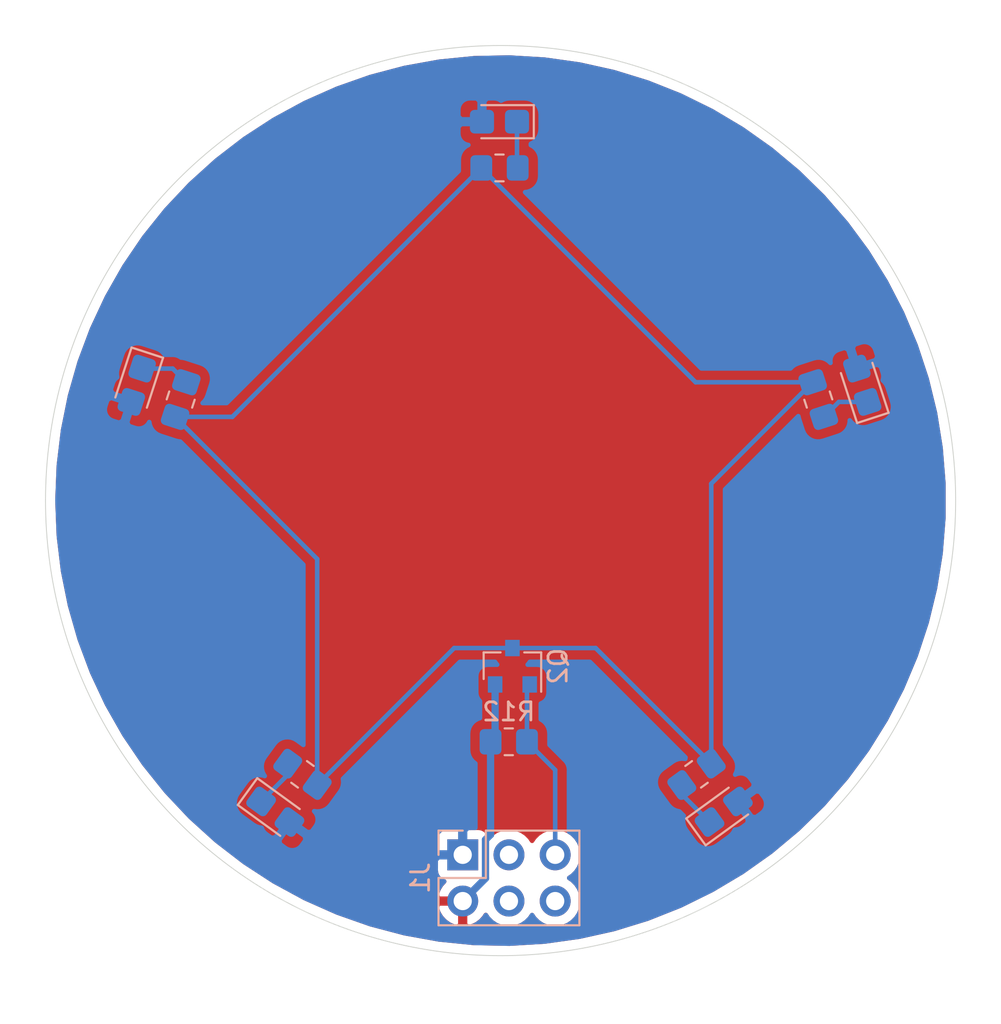
<source format=kicad_pcb>
(kicad_pcb (version 20171130) (host pcbnew 5.1.10-88a1d61d58~90~ubuntu20.04.1)

  (general
    (thickness 1.6)
    (drawings 1)
    (tracks 32)
    (zones 0)
    (modules 13)
    (nets 13)
  )

  (page A4)
  (layers
    (0 F.Cu signal)
    (31 B.Cu signal)
    (32 B.Adhes user hide)
    (33 F.Adhes user hide)
    (34 B.Paste user)
    (35 F.Paste user hide)
    (36 B.SilkS user)
    (37 F.SilkS user hide)
    (38 B.Mask user)
    (39 F.Mask user hide)
    (40 Dwgs.User user hide)
    (41 Cmts.User user hide)
    (42 Eco1.User user hide)
    (43 Eco2.User user hide)
    (44 Edge.Cuts user)
    (45 Margin user hide)
    (46 B.CrtYd user)
    (47 F.CrtYd user hide)
    (48 B.Fab user)
    (49 F.Fab user hide)
  )

  (setup
    (last_trace_width 0.4)
    (user_trace_width 0.4)
    (trace_clearance 0.2)
    (zone_clearance 0.508)
    (zone_45_only no)
    (trace_min 0.2)
    (via_size 0.8)
    (via_drill 0.4)
    (via_min_size 0.4)
    (via_min_drill 0.3)
    (uvia_size 0.3)
    (uvia_drill 0.1)
    (uvias_allowed no)
    (uvia_min_size 0.2)
    (uvia_min_drill 0.1)
    (edge_width 0.05)
    (segment_width 0.2)
    (pcb_text_width 0.3)
    (pcb_text_size 1.5 1.5)
    (mod_edge_width 0.12)
    (mod_text_size 1 1)
    (mod_text_width 0.15)
    (pad_size 1.524 1.524)
    (pad_drill 0.762)
    (pad_to_mask_clearance 0)
    (aux_axis_origin 0 0)
    (visible_elements FFFFFF7F)
    (pcbplotparams
      (layerselection 0x010fc_ffffffff)
      (usegerberextensions false)
      (usegerberattributes true)
      (usegerberadvancedattributes true)
      (creategerberjobfile true)
      (gerberprecision 5)
      (excludeedgelayer true)
      (linewidth 0.100000)
      (plotframeref false)
      (viasonmask false)
      (mode 1)
      (useauxorigin false)
      (hpglpennumber 1)
      (hpglpenspeed 20)
      (hpglpendiameter 15.000000)
      (psnegative false)
      (psa4output false)
      (plotreference true)
      (plotvalue true)
      (plotinvisibletext false)
      (padsonsilk false)
      (subtractmaskfromsilk false)
      (outputformat 1)
      (mirror false)
      (drillshape 0)
      (scaleselection 1)
      (outputdirectory "gerbers"))
  )

  (net 0 "")
  (net 1 +3V3)
  (net 2 "Net-(D6-Pad1)")
  (net 3 "Net-(D7-Pad1)")
  (net 4 "Net-(D8-Pad1)")
  (net 5 "Net-(D9-Pad1)")
  (net 6 "Net-(D10-Pad1)")
  (net 7 /GPIO1)
  (net 8 "Net-(J1-Pad4)")
  (net 9 "Net-(J1-Pad3)")
  (net 10 GND)
  (net 11 "Net-(Q2-Pad3)")
  (net 12 "Net-(J1-Pad6)")

  (net_class Default "This is the default net class."
    (clearance 0.2)
    (trace_width 0.25)
    (via_dia 0.8)
    (via_drill 0.4)
    (uvia_dia 0.3)
    (uvia_drill 0.1)
    (add_net +3V3)
    (add_net /GPIO1)
    (add_net GND)
    (add_net "Net-(D10-Pad1)")
    (add_net "Net-(D6-Pad1)")
    (add_net "Net-(D7-Pad1)")
    (add_net "Net-(D8-Pad1)")
    (add_net "Net-(D9-Pad1)")
    (add_net "Net-(J1-Pad3)")
    (add_net "Net-(J1-Pad4)")
    (add_net "Net-(J1-Pad6)")
    (add_net "Net-(Q2-Pad3)")
  )

  (module Resistor_SMD:R_0805_2012Metric_Pad1.20x1.40mm_HandSolder (layer B.Cu) (tedit 5F68FEEE) (tstamp 61570D4C)
    (at 117.453705 94.449453 108)
    (descr "Resistor SMD 0805 (2012 Metric), square (rectangular) end terminal, IPC_7351 nominal with elongated pad for handsoldering. (Body size source: IPC-SM-782 page 72, https://www.pcb-3d.com/wordpress/wp-content/uploads/ipc-sm-782a_amendment_1_and_2.pdf), generated with kicad-footprint-generator")
    (tags "resistor handsolder")
    (path /6164560D)
    (attr smd)
    (fp_text reference R7 (at 0 1.65 288) (layer B.SilkS) hide
      (effects (font (size 1 1) (thickness 0.15)) (justify mirror))
    )
    (fp_text value 15 (at 0 -1.65 288) (layer B.Fab)
      (effects (font (size 1 1) (thickness 0.15)) (justify mirror))
    )
    (fp_line (start -1 -0.625) (end -1 0.625) (layer B.Fab) (width 0.1))
    (fp_line (start -1 0.625) (end 1 0.625) (layer B.Fab) (width 0.1))
    (fp_line (start 1 0.625) (end 1 -0.625) (layer B.Fab) (width 0.1))
    (fp_line (start 1 -0.625) (end -1 -0.625) (layer B.Fab) (width 0.1))
    (fp_line (start -0.227064 0.735) (end 0.227064 0.735) (layer B.SilkS) (width 0.12))
    (fp_line (start -0.227064 -0.735) (end 0.227064 -0.735) (layer B.SilkS) (width 0.12))
    (fp_line (start -1.85 -0.95) (end -1.85 0.95) (layer B.CrtYd) (width 0.05))
    (fp_line (start -1.85 0.95) (end 1.85 0.95) (layer B.CrtYd) (width 0.05))
    (fp_line (start 1.85 0.95) (end 1.85 -0.95) (layer B.CrtYd) (width 0.05))
    (fp_line (start 1.85 -0.95) (end -1.85 -0.95) (layer B.CrtYd) (width 0.05))
    (fp_text user %R (at 0 0 288) (layer B.Fab)
      (effects (font (size 0.5 0.5) (thickness 0.08)) (justify mirror))
    )
    (pad 2 smd roundrect (at 1 0 108) (size 1.2 1.4) (layers B.Cu B.Paste B.Mask) (roundrect_rratio 0.2083325)
      (net 11 "Net-(Q2-Pad3)"))
    (pad 1 smd roundrect (at -1 0 108) (size 1.2 1.4) (layers B.Cu B.Paste B.Mask) (roundrect_rratio 0.2083325)
      (net 3 "Net-(D7-Pad1)"))
    (model ${KISYS3DMOD}/Resistor_SMD.3dshapes/R_0805_2012Metric.wrl
      (at (xyz 0 0 0))
      (scale (xyz 1 1 1))
      (rotate (xyz 0 0 0))
    )
  )

  (module Resistor_SMD:R_0805_2012Metric_Pad1.20x1.40mm_HandSolder (layer B.Cu) (tedit 5F68FEEE) (tstamp 61570D3B)
    (at 110.764065 115.038047 36)
    (descr "Resistor SMD 0805 (2012 Metric), square (rectangular) end terminal, IPC_7351 nominal with elongated pad for handsoldering. (Body size source: IPC-SM-782 page 72, https://www.pcb-3d.com/wordpress/wp-content/uploads/ipc-sm-782a_amendment_1_and_2.pdf), generated with kicad-footprint-generator")
    (tags "resistor handsolder")
    (path /61645623)
    (attr smd)
    (fp_text reference R8 (at 0 1.65 216) (layer B.SilkS) hide
      (effects (font (size 1 1) (thickness 0.15)) (justify mirror))
    )
    (fp_text value 15 (at 0 -1.65 216) (layer B.Fab)
      (effects (font (size 1 1) (thickness 0.15)) (justify mirror))
    )
    (fp_line (start -1 -0.625) (end -1 0.625) (layer B.Fab) (width 0.1))
    (fp_line (start -1 0.625) (end 1 0.625) (layer B.Fab) (width 0.1))
    (fp_line (start 1 0.625) (end 1 -0.625) (layer B.Fab) (width 0.1))
    (fp_line (start 1 -0.625) (end -1 -0.625) (layer B.Fab) (width 0.1))
    (fp_line (start -0.227064 0.735) (end 0.227064 0.735) (layer B.SilkS) (width 0.12))
    (fp_line (start -0.227064 -0.735) (end 0.227064 -0.735) (layer B.SilkS) (width 0.12))
    (fp_line (start -1.85 -0.95) (end -1.85 0.95) (layer B.CrtYd) (width 0.05))
    (fp_line (start -1.85 0.95) (end 1.85 0.95) (layer B.CrtYd) (width 0.05))
    (fp_line (start 1.85 0.95) (end 1.85 -0.95) (layer B.CrtYd) (width 0.05))
    (fp_line (start 1.85 -0.95) (end -1.85 -0.95) (layer B.CrtYd) (width 0.05))
    (fp_text user %R (at 0 0 216) (layer B.Fab)
      (effects (font (size 0.5 0.5) (thickness 0.08)) (justify mirror))
    )
    (pad 2 smd roundrect (at 1 0 36) (size 1.2 1.4) (layers B.Cu B.Paste B.Mask) (roundrect_rratio 0.2083325)
      (net 11 "Net-(Q2-Pad3)"))
    (pad 1 smd roundrect (at -1 0 36) (size 1.2 1.4) (layers B.Cu B.Paste B.Mask) (roundrect_rratio 0.2083325)
      (net 4 "Net-(D8-Pad1)"))
    (model ${KISYS3DMOD}/Resistor_SMD.3dshapes/R_0805_2012Metric.wrl
      (at (xyz 0 0 0))
      (scale (xyz 1 1 1))
      (rotate (xyz 0 0 0))
    )
  )

  (module Resistor_SMD:R_0805_2012Metric_Pad1.20x1.40mm_HandSolder (layer B.Cu) (tedit 5F68FEEE) (tstamp 61570D2A)
    (at 89.115935 115.038047 324)
    (descr "Resistor SMD 0805 (2012 Metric), square (rectangular) end terminal, IPC_7351 nominal with elongated pad for handsoldering. (Body size source: IPC-SM-782 page 72, https://www.pcb-3d.com/wordpress/wp-content/uploads/ipc-sm-782a_amendment_1_and_2.pdf), generated with kicad-footprint-generator")
    (tags "resistor handsolder")
    (path /61645639)
    (attr smd)
    (fp_text reference R9 (at 0 1.65 144) (layer B.SilkS) hide
      (effects (font (size 1 1) (thickness 0.15)) (justify mirror))
    )
    (fp_text value 15 (at 0 -1.65 144) (layer B.Fab)
      (effects (font (size 1 1) (thickness 0.15)) (justify mirror))
    )
    (fp_line (start -1 -0.625) (end -1 0.625) (layer B.Fab) (width 0.1))
    (fp_line (start -1 0.625) (end 1 0.625) (layer B.Fab) (width 0.1))
    (fp_line (start 1 0.625) (end 1 -0.625) (layer B.Fab) (width 0.1))
    (fp_line (start 1 -0.625) (end -1 -0.625) (layer B.Fab) (width 0.1))
    (fp_line (start -0.227064 0.735) (end 0.227064 0.735) (layer B.SilkS) (width 0.12))
    (fp_line (start -0.227064 -0.735) (end 0.227064 -0.735) (layer B.SilkS) (width 0.12))
    (fp_line (start -1.85 -0.95) (end -1.85 0.95) (layer B.CrtYd) (width 0.05))
    (fp_line (start -1.85 0.95) (end 1.85 0.95) (layer B.CrtYd) (width 0.05))
    (fp_line (start 1.85 0.95) (end 1.85 -0.95) (layer B.CrtYd) (width 0.05))
    (fp_line (start 1.85 -0.95) (end -1.85 -0.95) (layer B.CrtYd) (width 0.05))
    (fp_text user %R (at 0 0 144) (layer B.Fab)
      (effects (font (size 0.5 0.5) (thickness 0.08)) (justify mirror))
    )
    (pad 2 smd roundrect (at 1 0 324) (size 1.2 1.4) (layers B.Cu B.Paste B.Mask) (roundrect_rratio 0.2083325)
      (net 11 "Net-(Q2-Pad3)"))
    (pad 1 smd roundrect (at -1 0 324) (size 1.2 1.4) (layers B.Cu B.Paste B.Mask) (roundrect_rratio 0.2083325)
      (net 5 "Net-(D9-Pad1)"))
    (model ${KISYS3DMOD}/Resistor_SMD.3dshapes/R_0805_2012Metric.wrl
      (at (xyz 0 0 0))
      (scale (xyz 1 1 1))
      (rotate (xyz 0 0 0))
    )
  )

  (module Resistor_SMD:R_0805_2012Metric_Pad1.20x1.40mm_HandSolder (layer B.Cu) (tedit 5F68FEEE) (tstamp 61570D19)
    (at 82.426295 94.449453 252)
    (descr "Resistor SMD 0805 (2012 Metric), square (rectangular) end terminal, IPC_7351 nominal with elongated pad for handsoldering. (Body size source: IPC-SM-782 page 72, https://www.pcb-3d.com/wordpress/wp-content/uploads/ipc-sm-782a_amendment_1_and_2.pdf), generated with kicad-footprint-generator")
    (tags "resistor handsolder")
    (path /6164564F)
    (attr smd)
    (fp_text reference R10 (at 0 1.65 72) (layer B.SilkS) hide
      (effects (font (size 1 1) (thickness 0.15)) (justify mirror))
    )
    (fp_text value 15 (at 0 -1.65 72) (layer B.Fab)
      (effects (font (size 1 1) (thickness 0.15)) (justify mirror))
    )
    (fp_line (start -1 -0.625) (end -1 0.625) (layer B.Fab) (width 0.1))
    (fp_line (start -1 0.625) (end 1 0.625) (layer B.Fab) (width 0.1))
    (fp_line (start 1 0.625) (end 1 -0.625) (layer B.Fab) (width 0.1))
    (fp_line (start 1 -0.625) (end -1 -0.625) (layer B.Fab) (width 0.1))
    (fp_line (start -0.227064 0.735) (end 0.227064 0.735) (layer B.SilkS) (width 0.12))
    (fp_line (start -0.227064 -0.735) (end 0.227064 -0.735) (layer B.SilkS) (width 0.12))
    (fp_line (start -1.85 -0.95) (end -1.85 0.95) (layer B.CrtYd) (width 0.05))
    (fp_line (start -1.85 0.95) (end 1.85 0.95) (layer B.CrtYd) (width 0.05))
    (fp_line (start 1.85 0.95) (end 1.85 -0.95) (layer B.CrtYd) (width 0.05))
    (fp_line (start 1.85 -0.95) (end -1.85 -0.95) (layer B.CrtYd) (width 0.05))
    (fp_text user %R (at 0 0 72) (layer B.Fab)
      (effects (font (size 0.5 0.5) (thickness 0.08)) (justify mirror))
    )
    (pad 2 smd roundrect (at 1 0 252) (size 1.2 1.4) (layers B.Cu B.Paste B.Mask) (roundrect_rratio 0.2083325)
      (net 11 "Net-(Q2-Pad3)"))
    (pad 1 smd roundrect (at -1 0 252) (size 1.2 1.4) (layers B.Cu B.Paste B.Mask) (roundrect_rratio 0.2083325)
      (net 6 "Net-(D10-Pad1)"))
    (model ${KISYS3DMOD}/Resistor_SMD.3dshapes/R_0805_2012Metric.wrl
      (at (xyz 0 0 0))
      (scale (xyz 1 1 1))
      (rotate (xyz 0 0 0))
    )
  )

  (module Resistor_SMD:R_0805_2012Metric_Pad1.20x1.40mm_HandSolder (layer B.Cu) (tedit 5F68FEEE) (tstamp 61570D08)
    (at 100.45 113.25 180)
    (descr "Resistor SMD 0805 (2012 Metric), square (rectangular) end terminal, IPC_7351 nominal with elongated pad for handsoldering. (Body size source: IPC-SM-782 page 72, https://www.pcb-3d.com/wordpress/wp-content/uploads/ipc-sm-782a_amendment_1_and_2.pdf), generated with kicad-footprint-generator")
    (tags "resistor handsolder")
    (path /616455D8)
    (attr smd)
    (fp_text reference R12 (at 0 1.65) (layer B.SilkS)
      (effects (font (size 1 1) (thickness 0.15)) (justify mirror))
    )
    (fp_text value 10K (at 0 -1.65) (layer B.Fab)
      (effects (font (size 1 1) (thickness 0.15)) (justify mirror))
    )
    (fp_line (start -1 -0.625) (end -1 0.625) (layer B.Fab) (width 0.1))
    (fp_line (start -1 0.625) (end 1 0.625) (layer B.Fab) (width 0.1))
    (fp_line (start 1 0.625) (end 1 -0.625) (layer B.Fab) (width 0.1))
    (fp_line (start 1 -0.625) (end -1 -0.625) (layer B.Fab) (width 0.1))
    (fp_line (start -0.227064 0.735) (end 0.227064 0.735) (layer B.SilkS) (width 0.12))
    (fp_line (start -0.227064 -0.735) (end 0.227064 -0.735) (layer B.SilkS) (width 0.12))
    (fp_line (start -1.85 -0.95) (end -1.85 0.95) (layer B.CrtYd) (width 0.05))
    (fp_line (start -1.85 0.95) (end 1.85 0.95) (layer B.CrtYd) (width 0.05))
    (fp_line (start 1.85 0.95) (end 1.85 -0.95) (layer B.CrtYd) (width 0.05))
    (fp_line (start 1.85 -0.95) (end -1.85 -0.95) (layer B.CrtYd) (width 0.05))
    (fp_text user %R (at 0 0) (layer B.Fab)
      (effects (font (size 0.5 0.5) (thickness 0.08)) (justify mirror))
    )
    (pad 2 smd roundrect (at 1 0 180) (size 1.2 1.4) (layers B.Cu B.Paste B.Mask) (roundrect_rratio 0.2083325)
      (net 10 GND))
    (pad 1 smd roundrect (at -1 0 180) (size 1.2 1.4) (layers B.Cu B.Paste B.Mask) (roundrect_rratio 0.2083325)
      (net 7 /GPIO1))
    (model ${KISYS3DMOD}/Resistor_SMD.3dshapes/R_0805_2012Metric.wrl
      (at (xyz 0 0 0))
      (scale (xyz 1 1 1))
      (rotate (xyz 0 0 0))
    )
  )

  (module Resistor_SMD:R_0805_2012Metric_Pad1.20x1.40mm_HandSolder (layer B.Cu) (tedit 5F68FEEE) (tstamp 61570CF7)
    (at 99.939999 81.725 180)
    (descr "Resistor SMD 0805 (2012 Metric), square (rectangular) end terminal, IPC_7351 nominal with elongated pad for handsoldering. (Body size source: IPC-SM-782 page 72, https://www.pcb-3d.com/wordpress/wp-content/uploads/ipc-sm-782a_amendment_1_and_2.pdf), generated with kicad-footprint-generator")
    (tags "resistor handsolder")
    (path /616455F7)
    (attr smd)
    (fp_text reference R6 (at 0 1.65 180) (layer B.SilkS) hide
      (effects (font (size 1 1) (thickness 0.15)) (justify mirror))
    )
    (fp_text value 15 (at 0 -1.65 180) (layer B.Fab)
      (effects (font (size 1 1) (thickness 0.15)) (justify mirror))
    )
    (fp_line (start -1 -0.625) (end -1 0.625) (layer B.Fab) (width 0.1))
    (fp_line (start -1 0.625) (end 1 0.625) (layer B.Fab) (width 0.1))
    (fp_line (start 1 0.625) (end 1 -0.625) (layer B.Fab) (width 0.1))
    (fp_line (start 1 -0.625) (end -1 -0.625) (layer B.Fab) (width 0.1))
    (fp_line (start -0.227064 0.735) (end 0.227064 0.735) (layer B.SilkS) (width 0.12))
    (fp_line (start -0.227064 -0.735) (end 0.227064 -0.735) (layer B.SilkS) (width 0.12))
    (fp_line (start -1.85 -0.95) (end -1.85 0.95) (layer B.CrtYd) (width 0.05))
    (fp_line (start -1.85 0.95) (end 1.85 0.95) (layer B.CrtYd) (width 0.05))
    (fp_line (start 1.85 0.95) (end 1.85 -0.95) (layer B.CrtYd) (width 0.05))
    (fp_line (start 1.85 -0.95) (end -1.85 -0.95) (layer B.CrtYd) (width 0.05))
    (fp_text user %R (at 0 0 180) (layer B.Fab)
      (effects (font (size 0.5 0.5) (thickness 0.08)) (justify mirror))
    )
    (pad 2 smd roundrect (at 1 0 180) (size 1.2 1.4) (layers B.Cu B.Paste B.Mask) (roundrect_rratio 0.2083325)
      (net 11 "Net-(Q2-Pad3)"))
    (pad 1 smd roundrect (at -1 0 180) (size 1.2 1.4) (layers B.Cu B.Paste B.Mask) (roundrect_rratio 0.2083325)
      (net 2 "Net-(D6-Pad1)"))
    (model ${KISYS3DMOD}/Resistor_SMD.3dshapes/R_0805_2012Metric.wrl
      (at (xyz 0 0 0))
      (scale (xyz 1 1 1))
      (rotate (xyz 0 0 0))
    )
  )

  (module Package_TO_SOT_SMD:SOT-23 (layer B.Cu) (tedit 5A02FF57) (tstamp 61570C80)
    (at 100.65 109.1 90)
    (descr "SOT-23, Standard")
    (tags SOT-23)
    (path /61645663)
    (attr smd)
    (fp_text reference Q2 (at 0 2.5 90) (layer B.SilkS)
      (effects (font (size 1 1) (thickness 0.15)) (justify mirror))
    )
    (fp_text value AO3400A (at 0 -2.5 90) (layer B.Fab)
      (effects (font (size 1 1) (thickness 0.15)) (justify mirror))
    )
    (fp_line (start -0.7 0.95) (end -0.7 -1.5) (layer B.Fab) (width 0.1))
    (fp_line (start -0.15 1.52) (end 0.7 1.52) (layer B.Fab) (width 0.1))
    (fp_line (start -0.7 0.95) (end -0.15 1.52) (layer B.Fab) (width 0.1))
    (fp_line (start 0.7 1.52) (end 0.7 -1.52) (layer B.Fab) (width 0.1))
    (fp_line (start -0.7 -1.52) (end 0.7 -1.52) (layer B.Fab) (width 0.1))
    (fp_line (start 0.76 -1.58) (end 0.76 -0.65) (layer B.SilkS) (width 0.12))
    (fp_line (start 0.76 1.58) (end 0.76 0.65) (layer B.SilkS) (width 0.12))
    (fp_line (start -1.7 1.75) (end 1.7 1.75) (layer B.CrtYd) (width 0.05))
    (fp_line (start 1.7 1.75) (end 1.7 -1.75) (layer B.CrtYd) (width 0.05))
    (fp_line (start 1.7 -1.75) (end -1.7 -1.75) (layer B.CrtYd) (width 0.05))
    (fp_line (start -1.7 -1.75) (end -1.7 1.75) (layer B.CrtYd) (width 0.05))
    (fp_line (start 0.76 1.58) (end -1.4 1.58) (layer B.SilkS) (width 0.12))
    (fp_line (start 0.76 -1.58) (end -0.7 -1.58) (layer B.SilkS) (width 0.12))
    (fp_text user %R (at 0 0 180) (layer B.Fab)
      (effects (font (size 0.5 0.5) (thickness 0.075)) (justify mirror))
    )
    (pad 3 smd rect (at 1 0 90) (size 0.9 0.8) (layers B.Cu B.Paste B.Mask)
      (net 11 "Net-(Q2-Pad3)"))
    (pad 2 smd rect (at -1 -0.95 90) (size 0.9 0.8) (layers B.Cu B.Paste B.Mask)
      (net 10 GND))
    (pad 1 smd rect (at -1 0.95 90) (size 0.9 0.8) (layers B.Cu B.Paste B.Mask)
      (net 7 /GPIO1))
    (model ${KISYS3DMOD}/Package_TO_SOT_SMD.3dshapes/SOT-23.wrl
      (at (xyz 0 0 0))
      (scale (xyz 1 1 1))
      (rotate (xyz 0 0 0))
    )
  )

  (module LED_SMD:LED_0805_2012Metric_Castellated (layer B.Cu) (tedit 5F68FEF1) (tstamp 61570C20)
    (at 80.010611 93.664549 252)
    (descr "LED SMD 0805 (2012 Metric), castellated end terminal, IPC_7351 nominal, (Body size source: https://docs.google.com/spreadsheets/d/1BsfQQcO9C6DZCsRaXUlFlo91Tg2WpOkGARC1WS5S8t0/edit?usp=sharing), generated with kicad-footprint-generator")
    (tags "LED castellated")
    (path /61645641)
    (attr smd)
    (fp_text reference D10 (at 0 1.6 252) (layer B.SilkS) hide
      (effects (font (size 1 1) (thickness 0.15)) (justify mirror))
    )
    (fp_text value LED (at 0 -1.6 252) (layer B.Fab)
      (effects (font (size 1 1) (thickness 0.15)) (justify mirror))
    )
    (fp_line (start 1 0.6) (end -0.7 0.6) (layer B.Fab) (width 0.1))
    (fp_line (start -0.7 0.6) (end -1 0.3) (layer B.Fab) (width 0.1))
    (fp_line (start -1 0.3) (end -1 -0.6) (layer B.Fab) (width 0.1))
    (fp_line (start -1 -0.6) (end 1 -0.6) (layer B.Fab) (width 0.1))
    (fp_line (start 1 -0.6) (end 1 0.6) (layer B.Fab) (width 0.1))
    (fp_line (start 1 0.91) (end -1.885 0.91) (layer B.SilkS) (width 0.12))
    (fp_line (start -1.885 0.91) (end -1.885 -0.91) (layer B.SilkS) (width 0.12))
    (fp_line (start -1.885 -0.91) (end 1 -0.91) (layer B.SilkS) (width 0.12))
    (fp_line (start -1.88 -0.9) (end -1.88 0.9) (layer B.CrtYd) (width 0.05))
    (fp_line (start -1.88 0.9) (end 1.88 0.9) (layer B.CrtYd) (width 0.05))
    (fp_line (start 1.88 0.9) (end 1.88 -0.9) (layer B.CrtYd) (width 0.05))
    (fp_line (start 1.88 -0.9) (end -1.88 -0.9) (layer B.CrtYd) (width 0.05))
    (fp_text user %R (at 0 0 252) (layer B.Fab)
      (effects (font (size 0.5 0.5) (thickness 0.08)) (justify mirror))
    )
    (pad 2 smd roundrect (at 0.9625 0 252) (size 1.325 1.3) (layers B.Cu B.Paste B.Mask) (roundrect_rratio 0.1923076923076923)
      (net 1 +3V3))
    (pad 1 smd roundrect (at -0.9625 0 252) (size 1.325 1.3) (layers B.Cu B.Paste B.Mask) (roundrect_rratio 0.1923076923076923)
      (net 6 "Net-(D10-Pad1)"))
    (model ${KISYS3DMOD}/LED_SMD.3dshapes/LED_0805_2012Metric_Castellated.wrl
      (at (xyz 0 0 0))
      (scale (xyz 1 1 1))
      (rotate (xyz 0 0 0))
    )
  )

  (module LED_SMD:LED_0805_2012Metric_Castellated (layer B.Cu) (tedit 5F68FEF1) (tstamp 61570C0D)
    (at 87.622961 117.092951 324)
    (descr "LED SMD 0805 (2012 Metric), castellated end terminal, IPC_7351 nominal, (Body size source: https://docs.google.com/spreadsheets/d/1BsfQQcO9C6DZCsRaXUlFlo91Tg2WpOkGARC1WS5S8t0/edit?usp=sharing), generated with kicad-footprint-generator")
    (tags "LED castellated")
    (path /6164562B)
    (attr smd)
    (fp_text reference D9 (at 0 1.6 324) (layer B.SilkS) hide
      (effects (font (size 1 1) (thickness 0.15)) (justify mirror))
    )
    (fp_text value LED (at 0 -1.6 324) (layer B.Fab)
      (effects (font (size 1 1) (thickness 0.15)) (justify mirror))
    )
    (fp_line (start 1 0.6) (end -0.7 0.6) (layer B.Fab) (width 0.1))
    (fp_line (start -0.7 0.6) (end -1 0.3) (layer B.Fab) (width 0.1))
    (fp_line (start -1 0.3) (end -1 -0.6) (layer B.Fab) (width 0.1))
    (fp_line (start -1 -0.6) (end 1 -0.6) (layer B.Fab) (width 0.1))
    (fp_line (start 1 -0.6) (end 1 0.6) (layer B.Fab) (width 0.1))
    (fp_line (start 1 0.91) (end -1.885 0.91) (layer B.SilkS) (width 0.12))
    (fp_line (start -1.885 0.91) (end -1.885 -0.91) (layer B.SilkS) (width 0.12))
    (fp_line (start -1.885 -0.91) (end 1 -0.91) (layer B.SilkS) (width 0.12))
    (fp_line (start -1.88 -0.9) (end -1.88 0.9) (layer B.CrtYd) (width 0.05))
    (fp_line (start -1.88 0.9) (end 1.88 0.9) (layer B.CrtYd) (width 0.05))
    (fp_line (start 1.88 0.9) (end 1.88 -0.9) (layer B.CrtYd) (width 0.05))
    (fp_line (start 1.88 -0.9) (end -1.88 -0.9) (layer B.CrtYd) (width 0.05))
    (fp_text user %R (at 0 0 324) (layer B.Fab)
      (effects (font (size 0.5 0.5) (thickness 0.08)) (justify mirror))
    )
    (pad 2 smd roundrect (at 0.9625 0 324) (size 1.325 1.3) (layers B.Cu B.Paste B.Mask) (roundrect_rratio 0.1923076923076923)
      (net 1 +3V3))
    (pad 1 smd roundrect (at -0.9625 0 324) (size 1.325 1.3) (layers B.Cu B.Paste B.Mask) (roundrect_rratio 0.1923076923076923)
      (net 5 "Net-(D9-Pad1)"))
    (model ${KISYS3DMOD}/LED_SMD.3dshapes/LED_0805_2012Metric_Castellated.wrl
      (at (xyz 0 0 0))
      (scale (xyz 1 1 1))
      (rotate (xyz 0 0 0))
    )
  )

  (module LED_SMD:LED_0805_2012Metric_Castellated (layer B.Cu) (tedit 5F68FEF1) (tstamp 61570BFA)
    (at 112.257039 117.092951 36)
    (descr "LED SMD 0805 (2012 Metric), castellated end terminal, IPC_7351 nominal, (Body size source: https://docs.google.com/spreadsheets/d/1BsfQQcO9C6DZCsRaXUlFlo91Tg2WpOkGARC1WS5S8t0/edit?usp=sharing), generated with kicad-footprint-generator")
    (tags "LED castellated")
    (path /61645615)
    (attr smd)
    (fp_text reference D8 (at 0 1.6 36) (layer B.SilkS) hide
      (effects (font (size 1 1) (thickness 0.15)) (justify mirror))
    )
    (fp_text value LED (at 0 -1.6 36) (layer B.Fab)
      (effects (font (size 1 1) (thickness 0.15)) (justify mirror))
    )
    (fp_line (start 1 0.6) (end -0.7 0.6) (layer B.Fab) (width 0.1))
    (fp_line (start -0.7 0.6) (end -1 0.3) (layer B.Fab) (width 0.1))
    (fp_line (start -1 0.3) (end -1 -0.6) (layer B.Fab) (width 0.1))
    (fp_line (start -1 -0.6) (end 1 -0.6) (layer B.Fab) (width 0.1))
    (fp_line (start 1 -0.6) (end 1 0.6) (layer B.Fab) (width 0.1))
    (fp_line (start 1 0.91) (end -1.885 0.91) (layer B.SilkS) (width 0.12))
    (fp_line (start -1.885 0.91) (end -1.885 -0.91) (layer B.SilkS) (width 0.12))
    (fp_line (start -1.885 -0.91) (end 1 -0.91) (layer B.SilkS) (width 0.12))
    (fp_line (start -1.88 -0.9) (end -1.88 0.9) (layer B.CrtYd) (width 0.05))
    (fp_line (start -1.88 0.9) (end 1.88 0.9) (layer B.CrtYd) (width 0.05))
    (fp_line (start 1.88 0.9) (end 1.88 -0.9) (layer B.CrtYd) (width 0.05))
    (fp_line (start 1.88 -0.9) (end -1.88 -0.9) (layer B.CrtYd) (width 0.05))
    (fp_text user %R (at 0 0 36) (layer B.Fab)
      (effects (font (size 0.5 0.5) (thickness 0.08)) (justify mirror))
    )
    (pad 2 smd roundrect (at 0.9625 0 36) (size 1.325 1.3) (layers B.Cu B.Paste B.Mask) (roundrect_rratio 0.1923076923076923)
      (net 1 +3V3))
    (pad 1 smd roundrect (at -0.9625 0 36) (size 1.325 1.3) (layers B.Cu B.Paste B.Mask) (roundrect_rratio 0.1923076923076923)
      (net 4 "Net-(D8-Pad1)"))
    (model ${KISYS3DMOD}/LED_SMD.3dshapes/LED_0805_2012Metric_Castellated.wrl
      (at (xyz 0 0 0))
      (scale (xyz 1 1 1))
      (rotate (xyz 0 0 0))
    )
  )

  (module LED_SMD:LED_0805_2012Metric_Castellated (layer B.Cu) (tedit 5F68FEF1) (tstamp 61570BE7)
    (at 119.869389 93.664549 108)
    (descr "LED SMD 0805 (2012 Metric), castellated end terminal, IPC_7351 nominal, (Body size source: https://docs.google.com/spreadsheets/d/1BsfQQcO9C6DZCsRaXUlFlo91Tg2WpOkGARC1WS5S8t0/edit?usp=sharing), generated with kicad-footprint-generator")
    (tags "LED castellated")
    (path /616455FF)
    (attr smd)
    (fp_text reference D7 (at 0 1.6 108) (layer B.SilkS) hide
      (effects (font (size 1 1) (thickness 0.15)) (justify mirror))
    )
    (fp_text value LED (at 0 -1.6 108) (layer B.Fab)
      (effects (font (size 1 1) (thickness 0.15)) (justify mirror))
    )
    (fp_line (start 1 0.6) (end -0.7 0.6) (layer B.Fab) (width 0.1))
    (fp_line (start -0.7 0.6) (end -1 0.3) (layer B.Fab) (width 0.1))
    (fp_line (start -1 0.3) (end -1 -0.6) (layer B.Fab) (width 0.1))
    (fp_line (start -1 -0.6) (end 1 -0.6) (layer B.Fab) (width 0.1))
    (fp_line (start 1 -0.6) (end 1 0.6) (layer B.Fab) (width 0.1))
    (fp_line (start 1 0.91) (end -1.885 0.91) (layer B.SilkS) (width 0.12))
    (fp_line (start -1.885 0.91) (end -1.885 -0.91) (layer B.SilkS) (width 0.12))
    (fp_line (start -1.885 -0.91) (end 1 -0.91) (layer B.SilkS) (width 0.12))
    (fp_line (start -1.88 -0.9) (end -1.88 0.9) (layer B.CrtYd) (width 0.05))
    (fp_line (start -1.88 0.9) (end 1.88 0.9) (layer B.CrtYd) (width 0.05))
    (fp_line (start 1.88 0.9) (end 1.88 -0.9) (layer B.CrtYd) (width 0.05))
    (fp_line (start 1.88 -0.9) (end -1.88 -0.9) (layer B.CrtYd) (width 0.05))
    (fp_text user %R (at 0 0 108) (layer B.Fab)
      (effects (font (size 0.5 0.5) (thickness 0.08)) (justify mirror))
    )
    (pad 2 smd roundrect (at 0.9625 0 108) (size 1.325 1.3) (layers B.Cu B.Paste B.Mask) (roundrect_rratio 0.1923076923076923)
      (net 1 +3V3))
    (pad 1 smd roundrect (at -0.9625 0 108) (size 1.325 1.3) (layers B.Cu B.Paste B.Mask) (roundrect_rratio 0.1923076923076923)
      (net 3 "Net-(D7-Pad1)"))
    (model ${KISYS3DMOD}/LED_SMD.3dshapes/LED_0805_2012Metric_Castellated.wrl
      (at (xyz 0 0 0))
      (scale (xyz 1 1 1))
      (rotate (xyz 0 0 0))
    )
  )

  (module LED_SMD:LED_0805_2012Metric_Castellated (layer B.Cu) (tedit 5F68FEF1) (tstamp 61570BD4)
    (at 99.939999 79.185 180)
    (descr "LED SMD 0805 (2012 Metric), castellated end terminal, IPC_7351 nominal, (Body size source: https://docs.google.com/spreadsheets/d/1BsfQQcO9C6DZCsRaXUlFlo91Tg2WpOkGARC1WS5S8t0/edit?usp=sharing), generated with kicad-footprint-generator")
    (tags "LED castellated")
    (path /616455D1)
    (attr smd)
    (fp_text reference D6 (at 0 1.6 180) (layer B.SilkS) hide
      (effects (font (size 1 1) (thickness 0.15)) (justify mirror))
    )
    (fp_text value LED (at 0 -1.6 180) (layer B.Fab)
      (effects (font (size 1 1) (thickness 0.15)) (justify mirror))
    )
    (fp_line (start 1 0.6) (end -0.7 0.6) (layer B.Fab) (width 0.1))
    (fp_line (start -0.7 0.6) (end -1 0.3) (layer B.Fab) (width 0.1))
    (fp_line (start -1 0.3) (end -1 -0.6) (layer B.Fab) (width 0.1))
    (fp_line (start -1 -0.6) (end 1 -0.6) (layer B.Fab) (width 0.1))
    (fp_line (start 1 -0.6) (end 1 0.6) (layer B.Fab) (width 0.1))
    (fp_line (start 1 0.91) (end -1.885 0.91) (layer B.SilkS) (width 0.12))
    (fp_line (start -1.885 0.91) (end -1.885 -0.91) (layer B.SilkS) (width 0.12))
    (fp_line (start -1.885 -0.91) (end 1 -0.91) (layer B.SilkS) (width 0.12))
    (fp_line (start -1.88 -0.9) (end -1.88 0.9) (layer B.CrtYd) (width 0.05))
    (fp_line (start -1.88 0.9) (end 1.88 0.9) (layer B.CrtYd) (width 0.05))
    (fp_line (start 1.88 0.9) (end 1.88 -0.9) (layer B.CrtYd) (width 0.05))
    (fp_line (start 1.88 -0.9) (end -1.88 -0.9) (layer B.CrtYd) (width 0.05))
    (fp_text user %R (at 0 0 180) (layer B.Fab)
      (effects (font (size 0.5 0.5) (thickness 0.08)) (justify mirror))
    )
    (pad 2 smd roundrect (at 0.9625 0 180) (size 1.325 1.3) (layers B.Cu B.Paste B.Mask) (roundrect_rratio 0.1923076923076923)
      (net 1 +3V3))
    (pad 1 smd roundrect (at -0.9625 0 180) (size 1.325 1.3) (layers B.Cu B.Paste B.Mask) (roundrect_rratio 0.1923076923076923)
      (net 2 "Net-(D6-Pad1)"))
    (model ${KISYS3DMOD}/LED_SMD.3dshapes/LED_0805_2012Metric_Castellated.wrl
      (at (xyz 0 0 0))
      (scale (xyz 1 1 1))
      (rotate (xyz 0 0 0))
    )
  )

  (module Connector_PinHeader_2.54mm:PinHeader_2x03_P2.54mm_Vertical (layer B.Cu) (tedit 59FED5CC) (tstamp 615717D4)
    (at 97.92 119.46 270)
    (descr "Through hole straight pin header, 2x03, 2.54mm pitch, double rows")
    (tags "Through hole pin header THT 2x03 2.54mm double row")
    (path /6158C1FC)
    (fp_text reference J1 (at 1.27 2.33 270) (layer B.SilkS)
      (effects (font (size 1 1) (thickness 0.15)) (justify mirror))
    )
    (fp_text value ShittyAddon_V1.69bis (at 1.27 -7.41 270) (layer B.Fab)
      (effects (font (size 1 1) (thickness 0.15)) (justify mirror))
    )
    (fp_line (start 0 1.27) (end 3.81 1.27) (layer B.Fab) (width 0.1))
    (fp_line (start 3.81 1.27) (end 3.81 -6.35) (layer B.Fab) (width 0.1))
    (fp_line (start 3.81 -6.35) (end -1.27 -6.35) (layer B.Fab) (width 0.1))
    (fp_line (start -1.27 -6.35) (end -1.27 0) (layer B.Fab) (width 0.1))
    (fp_line (start -1.27 0) (end 0 1.27) (layer B.Fab) (width 0.1))
    (fp_line (start -1.33 -6.41) (end 3.87 -6.41) (layer B.SilkS) (width 0.12))
    (fp_line (start -1.33 -1.27) (end -1.33 -6.41) (layer B.SilkS) (width 0.12))
    (fp_line (start 3.87 1.33) (end 3.87 -6.41) (layer B.SilkS) (width 0.12))
    (fp_line (start -1.33 -1.27) (end 1.27 -1.27) (layer B.SilkS) (width 0.12))
    (fp_line (start 1.27 -1.27) (end 1.27 1.33) (layer B.SilkS) (width 0.12))
    (fp_line (start 1.27 1.33) (end 3.87 1.33) (layer B.SilkS) (width 0.12))
    (fp_line (start -1.33 0) (end -1.33 1.33) (layer B.SilkS) (width 0.12))
    (fp_line (start -1.33 1.33) (end 0 1.33) (layer B.SilkS) (width 0.12))
    (fp_line (start -1.8 1.8) (end -1.8 -6.85) (layer B.CrtYd) (width 0.05))
    (fp_line (start -1.8 -6.85) (end 4.35 -6.85) (layer B.CrtYd) (width 0.05))
    (fp_line (start 4.35 -6.85) (end 4.35 1.8) (layer B.CrtYd) (width 0.05))
    (fp_line (start 4.35 1.8) (end -1.8 1.8) (layer B.CrtYd) (width 0.05))
    (fp_text user %R (at 1.27 -2.54) (layer B.Fab)
      (effects (font (size 1 1) (thickness 0.15)) (justify mirror))
    )
    (pad 6 thru_hole oval (at 2.54 -5.08 270) (size 1.7 1.7) (drill 1) (layers *.Cu *.Mask)
      (net 12 "Net-(J1-Pad6)"))
    (pad 5 thru_hole oval (at 0 -5.08 270) (size 1.7 1.7) (drill 1) (layers *.Cu *.Mask)
      (net 7 /GPIO1))
    (pad 4 thru_hole oval (at 2.54 -2.54 270) (size 1.7 1.7) (drill 1) (layers *.Cu *.Mask)
      (net 8 "Net-(J1-Pad4)"))
    (pad 3 thru_hole oval (at 0 -2.54 270) (size 1.7 1.7) (drill 1) (layers *.Cu *.Mask)
      (net 9 "Net-(J1-Pad3)"))
    (pad 2 thru_hole oval (at 2.54 0 270) (size 1.7 1.7) (drill 1) (layers *.Cu *.Mask)
      (net 10 GND))
    (pad 1 thru_hole rect (at 0 0 270) (size 1.7 1.7) (drill 1) (layers *.Cu *.Mask)
      (net 1 +3V3))
    (model ${KISYS3DMOD}/Connector_PinHeader_2.54mm.3dshapes/PinHeader_2x03_P2.54mm_Vertical.wrl
      (at (xyz 0 0 0))
      (scale (xyz 1 1 1))
      (rotate (xyz 0 0 0))
    )
  )

  (gr_circle (center 100 100) (end 125 100) (layer Edge.Cuts) (width 0.05))

  (segment (start 100.902499 81.6875) (end 100.939999 81.725) (width 0.25) (layer B.Cu) (net 2))
  (segment (start 100.902499 79.185) (end 100.902499 81.6875) (width 0.25) (layer B.Cu) (net 2))
  (segment (start 118.583291 94.579941) (end 117.762722 95.40051) (width 0.25) (layer B.Cu) (net 3))
  (segment (start 120.166818 94.579941) (end 118.583291 94.579941) (width 0.25) (layer B.Cu) (net 3))
  (segment (start 109.955048 116.135382) (end 109.955048 115.625832) (width 0.25) (layer B.Cu) (net 4))
  (segment (start 111.47836 117.658694) (end 109.955048 116.135382) (width 0.25) (layer B.Cu) (net 4))
  (segment (start 88.306918 115.064572) (end 88.306918 114.450262) (width 0.25) (layer B.Cu) (net 5))
  (segment (start 86.844282 116.527208) (end 88.306918 115.064572) (width 0.25) (layer B.Cu) (net 5))
  (segment (start 81.986073 92.749157) (end 82.735312 93.498396) (width 0.25) (layer B.Cu) (net 6))
  (segment (start 80.30804 92.749157) (end 81.986073 92.749157) (width 0.25) (layer B.Cu) (net 6))
  (segment (start 103 114.8) (end 101.45 113.25) (width 0.25) (layer B.Cu) (net 7))
  (segment (start 103 119.46) (end 103 114.8) (width 0.25) (layer B.Cu) (net 7))
  (segment (start 101.45 110.25) (end 101.6 110.1) (width 0.25) (layer B.Cu) (net 7))
  (segment (start 101.45 113.25) (end 101.45 110.25) (width 0.25) (layer B.Cu) (net 7))
  (segment (start 99.7 113) (end 99.45 113.25) (width 0.4) (layer B.Cu) (net 10))
  (segment (start 99.7 110.1) (end 99.7 113) (width 0.4) (layer B.Cu) (net 10))
  (segment (start 99.170001 120.749999) (end 97.92 122) (width 0.4) (layer B.Cu) (net 10))
  (segment (start 99.170001 118.629999) (end 99.170001 120.749999) (width 0.4) (layer B.Cu) (net 10))
  (segment (start 99.45 118.35) (end 99.170001 118.629999) (width 0.4) (layer B.Cu) (net 10))
  (segment (start 99.45 113.25) (end 99.45 118.35) (width 0.4) (layer B.Cu) (net 10))
  (segment (start 97.450784 108.1) (end 100.65 108.1) (width 0.25) (layer B.Cu) (net 11))
  (segment (start 89.924952 115.625832) (end 97.450784 108.1) (width 0.25) (layer B.Cu) (net 11))
  (segment (start 105.22282 108.1) (end 111.573082 114.450262) (width 0.25) (layer B.Cu) (net 11))
  (segment (start 100.65 108.1) (end 105.22282 108.1) (width 0.25) (layer B.Cu) (net 11))
  (segment (start 111.573082 99.070002) (end 117.144688 93.498396) (width 0.25) (layer B.Cu) (net 11))
  (segment (start 111.573082 114.450262) (end 111.573082 99.070002) (width 0.25) (layer B.Cu) (net 11))
  (segment (start 89.924952 103.208184) (end 89.924952 115.625832) (width 0.25) (layer B.Cu) (net 11))
  (segment (start 82.117278 95.40051) (end 89.924952 103.208184) (width 0.25) (layer B.Cu) (net 11))
  (segment (start 110.713395 93.498396) (end 98.939999 81.725) (width 0.25) (layer B.Cu) (net 11))
  (segment (start 117.144688 93.498396) (end 110.713395 93.498396) (width 0.25) (layer B.Cu) (net 11))
  (segment (start 85.264489 95.40051) (end 98.939999 81.725) (width 0.25) (layer B.Cu) (net 11))
  (segment (start 82.117278 95.40051) (end 85.264489 95.40051) (width 0.25) (layer B.Cu) (net 11))

  (zone (net 1) (net_name +3V3) (layer B.Cu) (tstamp 61574CE9) (hatch edge 0.508)
    (connect_pads (clearance 0.508))
    (min_thickness 0.254)
    (fill yes (arc_segments 32) (thermal_gap 0.508) (thermal_bridge_width 0.508))
    (polygon
      (pts
        (xy 127.5 127.5) (xy 72.5 127.5) (xy 72.5 72.5) (xy 127.5 72.5)
      )
    )
    (filled_polygon
      (pts
        (xy 102.415837 75.780187) (xy 104.332469 76.048689) (xy 106.221709 76.468618) (xy 108.071613 77.03732) (xy 109.870486 77.7512)
        (xy 111.606955 78.605744) (xy 113.270041 79.595549) (xy 114.849229 80.714358) (xy 116.334536 81.955097) (xy 117.71657 83.309921)
        (xy 118.986595 84.770265) (xy 120.13658 86.326897) (xy 121.159255 87.969975) (xy 122.048155 89.68911) (xy 122.797659 91.473434)
        (xy 123.403029 93.311666) (xy 123.860438 95.192183) (xy 124.166993 97.103097) (xy 124.320757 99.032326) (xy 124.320757 100.967674)
        (xy 124.166993 102.896903) (xy 123.860438 104.807817) (xy 123.403029 106.688334) (xy 122.797659 108.526566) (xy 122.048155 110.31089)
        (xy 121.159255 112.030025) (xy 120.13658 113.673103) (xy 118.986595 115.229735) (xy 117.71657 116.690079) (xy 116.334536 118.044903)
        (xy 114.849229 119.285642) (xy 113.270041 120.404451) (xy 111.606955 121.394256) (xy 109.870486 122.2488) (xy 108.071613 122.96268)
        (xy 106.221709 123.531382) (xy 104.332469 123.951311) (xy 102.415837 124.219813) (xy 100.483932 124.335189) (xy 98.548968 124.29671)
        (xy 96.623177 124.104619) (xy 94.718736 123.760131) (xy 92.847684 123.265425) (xy 91.021852 122.623626) (xy 89.252783 121.838794)
        (xy 87.55166 120.91589) (xy 85.929241 119.860749) (xy 84.395781 118.680041) (xy 84.356517 118.644498) (xy 87.842392 118.644498)
        (xy 87.877513 118.86624) (xy 88.180504 119.090174) (xy 88.288418 119.153424) (xy 88.406599 119.194405) (xy 88.530503 119.211543)
        (xy 88.65537 119.204179) (xy 88.7764 119.172596) (xy 88.888945 119.118009) (xy 88.988677 119.042514) (xy 89.071764 118.949012)
        (xy 89.28338 118.652522) (xy 89.276646 118.61) (xy 96.431928 118.61) (xy 96.435 119.17425) (xy 96.59375 119.333)
        (xy 97.793 119.333) (xy 97.793 118.13375) (xy 97.63425 117.975) (xy 97.07 117.971928) (xy 96.945518 117.984188)
        (xy 96.82582 118.020498) (xy 96.715506 118.079463) (xy 96.618815 118.158815) (xy 96.539463 118.255506) (xy 96.480498 118.36582)
        (xy 96.444188 118.485518) (xy 96.431928 118.61) (xy 89.276646 118.61) (xy 89.248259 118.43078) (xy 88.429736 117.836088)
        (xy 87.842392 118.644498) (xy 84.356517 118.644498) (xy 82.960976 117.381233) (xy 81.633897 115.972535) (xy 80.422935 114.462853)
        (xy 79.335745 112.861733) (xy 78.379201 111.179296) (xy 77.559351 109.42618) (xy 76.881378 107.613469) (xy 76.349568 105.752624)
        (xy 75.967284 103.855408) (xy 75.736943 101.933817) (xy 75.66 100) (xy 75.736943 98.066183) (xy 75.967284 96.144592)
        (xy 76.185983 95.059218) (xy 78.254166 95.059218) (xy 78.276156 95.182354) (xy 78.321745 95.298833) (xy 78.389183 95.404181)
        (xy 78.475876 95.494349) (xy 78.578496 95.56587) (xy 78.693096 95.615997) (xy 79.040468 95.725635) (xy 79.240505 95.623711)
        (xy 79.553153 94.66148) (xy 78.602809 94.352695) (xy 78.402773 94.454619) (xy 78.283429 94.81198) (xy 78.256622 94.934158)
        (xy 78.254166 95.059218) (xy 76.185983 95.059218) (xy 76.349568 94.247376) (xy 76.445675 93.91109) (xy 78.579376 93.91109)
        (xy 78.6813 94.111126) (xy 79.631643 94.419912) (xy 79.637823 94.400891) (xy 79.879392 94.47938) (xy 79.873211 94.498402)
        (xy 79.892232 94.504582) (xy 79.813743 94.746151) (xy 79.794721 94.73997) (xy 79.482073 95.702202) (xy 79.583997 95.902238)
        (xy 79.92947 96.01772) (xy 80.051648 96.044527) (xy 80.176708 96.046982) (xy 80.299844 96.024992) (xy 80.416324 95.979403)
        (xy 80.521671 95.911966) (xy 80.611839 95.825272) (xy 80.683361 95.722653) (xy 80.69964 95.685436) (xy 80.726416 95.835381)
        (xy 80.789868 95.997499) (xy 80.883728 96.144122) (xy 81.004389 96.269617) (xy 81.147215 96.369161) (xy 81.306716 96.438929)
        (xy 82.162669 96.717045) (xy 82.332716 96.754354) (xy 82.397595 96.755628) (xy 89.164952 103.522987) (xy 89.164953 113.419712)
        (xy 88.81026 113.162013) (xy 88.660065 113.073982) (xy 88.495581 113.016944) (xy 88.323131 112.993092) (xy 88.14934 113.003341)
        (xy 87.980889 113.047297) (xy 87.824249 113.123273) (xy 87.685442 113.228347) (xy 87.5698 113.358483) (xy 87.040792 114.0866)
        (xy 86.952761 114.236796) (xy 86.895723 114.401279) (xy 86.871871 114.57373) (xy 86.88212 114.74752) (xy 86.926077 114.915972)
        (xy 87.002052 115.072611) (xy 87.045169 115.129569) (xy 86.952994 115.097606) (xy 86.780544 115.073753) (xy 86.606753 115.084001)
        (xy 86.438301 115.127958) (xy 86.281662 115.203934) (xy 86.142854 115.309008) (xy 86.027212 115.439143) (xy 85.556983 116.086356)
        (xy 85.468952 116.236553) (xy 85.411914 116.401037) (xy 85.388061 116.573487) (xy 85.39831 116.747278) (xy 85.442266 116.91573)
        (xy 85.518242 117.072369) (xy 85.623317 117.211177) (xy 85.753452 117.326818) (xy 86.420891 117.811741) (xy 86.571086 117.899772)
        (xy 86.73557 117.95681) (xy 86.874544 117.976033) (xy 86.884972 118.015994) (xy 86.939559 118.128539) (xy 87.015055 118.228271)
        (xy 87.108557 118.311358) (xy 87.415159 118.530321) (xy 87.636902 118.495201) (xy 88.224246 117.68679) (xy 88.208066 117.675035)
        (xy 88.357363 117.469544) (xy 88.373544 117.4813) (xy 88.385299 117.46512) (xy 88.59079 117.614417) (xy 88.579034 117.630598)
        (xy 89.397557 118.225289) (xy 89.619299 118.190169) (xy 89.835885 117.89729) (xy 89.899135 117.789376) (xy 89.940117 117.671195)
        (xy 89.957254 117.547291) (xy 89.94989 117.422424) (xy 89.918308 117.301394) (xy 89.863721 117.188849) (xy 89.788225 117.089117)
        (xy 89.757859 117.062133) (xy 89.908739 117.083002) (xy 90.08253 117.072753) (xy 90.250981 117.028797) (xy 90.407621 116.952821)
        (xy 90.546428 116.847747) (xy 90.66207 116.717611) (xy 91.191078 115.989494) (xy 91.279109 115.839298) (xy 91.336147 115.674815)
        (xy 91.359999 115.502364) (xy 91.34975 115.328574) (xy 91.338836 115.286749) (xy 97.765586 108.86) (xy 99.69568 108.86)
        (xy 99.719463 108.904494) (xy 99.798815 109.001185) (xy 99.811905 109.011928) (xy 99.3 109.011928) (xy 99.175518 109.024188)
        (xy 99.05582 109.060498) (xy 98.945506 109.119463) (xy 98.848815 109.198815) (xy 98.769463 109.295506) (xy 98.710498 109.40582)
        (xy 98.674188 109.525518) (xy 98.661928 109.65) (xy 98.661928 110.55) (xy 98.674188 110.674482) (xy 98.710498 110.79418)
        (xy 98.769463 110.904494) (xy 98.848815 111.001185) (xy 98.865 111.014468) (xy 98.865001 111.947722) (xy 98.760149 111.979528)
        (xy 98.606613 112.061595) (xy 98.472038 112.172038) (xy 98.361595 112.306613) (xy 98.279528 112.460149) (xy 98.228992 112.626745)
        (xy 98.211928 112.799999) (xy 98.211928 113.700001) (xy 98.228992 113.873255) (xy 98.279528 114.039851) (xy 98.361595 114.193387)
        (xy 98.472038 114.327962) (xy 98.606613 114.438405) (xy 98.615 114.442888) (xy 98.615001 117.972772) (xy 98.20575 117.975)
        (xy 98.047 118.13375) (xy 98.047 119.333) (xy 98.067 119.333) (xy 98.067 119.587) (xy 98.047 119.587)
        (xy 98.047 119.607) (xy 97.793 119.607) (xy 97.793 119.587) (xy 96.59375 119.587) (xy 96.435 119.74575)
        (xy 96.431928 120.31) (xy 96.444188 120.434482) (xy 96.480498 120.55418) (xy 96.539463 120.664494) (xy 96.618815 120.761185)
        (xy 96.715506 120.840537) (xy 96.82582 120.899502) (xy 96.89838 120.921513) (xy 96.766525 121.053368) (xy 96.60401 121.296589)
        (xy 96.492068 121.566842) (xy 96.435 121.85374) (xy 96.435 122.14626) (xy 96.492068 122.433158) (xy 96.60401 122.703411)
        (xy 96.766525 122.946632) (xy 96.973368 123.153475) (xy 97.216589 123.31599) (xy 97.486842 123.427932) (xy 97.77374 123.485)
        (xy 98.06626 123.485) (xy 98.353158 123.427932) (xy 98.623411 123.31599) (xy 98.866632 123.153475) (xy 99.073475 122.946632)
        (xy 99.19 122.77224) (xy 99.306525 122.946632) (xy 99.513368 123.153475) (xy 99.756589 123.31599) (xy 100.026842 123.427932)
        (xy 100.31374 123.485) (xy 100.60626 123.485) (xy 100.893158 123.427932) (xy 101.163411 123.31599) (xy 101.406632 123.153475)
        (xy 101.613475 122.946632) (xy 101.73 122.77224) (xy 101.846525 122.946632) (xy 102.053368 123.153475) (xy 102.296589 123.31599)
        (xy 102.566842 123.427932) (xy 102.85374 123.485) (xy 103.14626 123.485) (xy 103.433158 123.427932) (xy 103.703411 123.31599)
        (xy 103.946632 123.153475) (xy 104.153475 122.946632) (xy 104.31599 122.703411) (xy 104.427932 122.433158) (xy 104.485 122.14626)
        (xy 104.485 121.85374) (xy 104.427932 121.566842) (xy 104.31599 121.296589) (xy 104.153475 121.053368) (xy 103.946632 120.846525)
        (xy 103.77224 120.73) (xy 103.946632 120.613475) (xy 104.153475 120.406632) (xy 104.31599 120.163411) (xy 104.427932 119.893158)
        (xy 104.485 119.60626) (xy 104.485 119.31374) (xy 104.427932 119.026842) (xy 104.31599 118.756589) (xy 104.153475 118.513368)
        (xy 103.946632 118.306525) (xy 103.76 118.181822) (xy 103.76 114.837322) (xy 103.763676 114.799999) (xy 103.76 114.762677)
        (xy 103.76 114.762667) (xy 103.749003 114.651014) (xy 103.705546 114.507753) (xy 103.663771 114.429598) (xy 103.634974 114.375723)
        (xy 103.563799 114.288997) (xy 103.540001 114.259999) (xy 103.511003 114.236201) (xy 102.688072 113.413271) (xy 102.688072 112.799999)
        (xy 102.671008 112.626745) (xy 102.620472 112.460149) (xy 102.538405 112.306613) (xy 102.427962 112.172038) (xy 102.293387 112.061595)
        (xy 102.21 112.017024) (xy 102.21 111.14987) (xy 102.24418 111.139502) (xy 102.354494 111.080537) (xy 102.451185 111.001185)
        (xy 102.530537 110.904494) (xy 102.589502 110.79418) (xy 102.625812 110.674482) (xy 102.638072 110.55) (xy 102.638072 109.65)
        (xy 102.625812 109.525518) (xy 102.589502 109.40582) (xy 102.530537 109.295506) (xy 102.451185 109.198815) (xy 102.354494 109.119463)
        (xy 102.24418 109.060498) (xy 102.124482 109.024188) (xy 102 109.011928) (xy 101.488095 109.011928) (xy 101.501185 109.001185)
        (xy 101.580537 108.904494) (xy 101.60432 108.86) (xy 104.908019 108.86) (xy 110.159198 114.11118) (xy 110.148284 114.153004)
        (xy 110.146239 114.187682) (xy 110.112626 114.178911) (xy 109.938836 114.168662) (xy 109.766385 114.192514) (xy 109.601902 114.249552)
        (xy 109.451706 114.337583) (xy 108.885392 114.749034) (xy 108.755256 114.864676) (xy 108.650182 115.003483) (xy 108.574206 115.160123)
        (xy 108.53025 115.328574) (xy 108.520001 115.502365) (xy 108.543853 115.674815) (xy 108.600891 115.839299) (xy 108.688922 115.989494)
        (xy 109.21793 116.717611) (xy 109.333572 116.847746) (xy 109.472379 116.952821) (xy 109.629018 117.028796) (xy 109.79747 117.072753)
        (xy 109.81888 117.074016) (xy 110.063657 117.318793) (xy 110.032387 117.438625) (xy 110.022139 117.612416) (xy 110.045992 117.784866)
        (xy 110.10303 117.94935) (xy 110.191061 118.099546) (xy 110.66129 118.746759) (xy 110.776931 118.876893) (xy 110.915739 118.981968)
        (xy 111.072378 119.057944) (xy 111.24083 119.1019) (xy 111.414621 119.112149) (xy 111.587071 119.088296) (xy 111.751555 119.031258)
        (xy 111.901751 118.943227) (xy 112.56919 118.458304) (xy 112.699326 118.342662) (xy 112.8044 118.203854) (xy 112.865626 118.077626)
        (xy 112.906855 118.080057) (xy 113.030759 118.062919) (xy 113.14894 118.021938) (xy 113.256854 117.958688) (xy 113.559845 117.734754)
        (xy 113.594966 117.513012) (xy 113.007622 116.704602) (xy 112.991441 116.716358) (xy 112.87443 116.555304) (xy 113.213112 116.555304)
        (xy 113.800456 117.363715) (xy 114.022199 117.398835) (xy 114.328801 117.179872) (xy 114.422303 117.096785) (xy 114.497799 116.997053)
        (xy 114.552386 116.884508) (xy 114.583968 116.763478) (xy 114.591332 116.638611) (xy 114.574195 116.514707) (xy 114.533213 116.396526)
        (xy 114.469963 116.288612) (xy 114.253377 115.995733) (xy 114.031635 115.960613) (xy 113.213112 116.555304) (xy 112.87443 116.555304)
        (xy 112.842144 116.510867) (xy 112.858324 116.499112) (xy 112.846568 116.482931) (xy 113.052059 116.333634) (xy 113.063814 116.349814)
        (xy 113.882337 115.755122) (xy 113.917458 115.53338) (xy 113.705842 115.23689) (xy 113.622755 115.143388) (xy 113.523023 115.067893)
        (xy 113.410478 115.013306) (xy 113.289448 114.981723) (xy 113.164581 114.974359) (xy 113.040677 114.991497) (xy 112.922496 115.032478)
        (xy 112.887451 115.053018) (xy 112.953924 114.915971) (xy 112.99788 114.74752) (xy 113.008129 114.573729) (xy 112.984277 114.401279)
        (xy 112.927239 114.236795) (xy 112.839208 114.0866) (xy 112.333082 113.389977) (xy 112.333082 99.384803) (xy 116.355853 95.362032)
        (xy 116.381983 95.481126) (xy 116.598296 96.146868) (xy 116.668064 96.306369) (xy 116.767608 96.449195) (xy 116.893103 96.569856)
        (xy 117.039726 96.663716) (xy 117.201844 96.727168) (xy 117.373225 96.757772) (xy 117.547284 96.754354) (xy 117.717331 96.717045)
        (xy 118.573284 96.438929) (xy 118.732786 96.369161) (xy 118.875611 96.269617) (xy 118.996272 96.144122) (xy 119.090132 95.997498)
        (xy 119.153584 95.835381) (xy 119.184188 95.664) (xy 119.182785 95.592576) (xy 119.23857 95.672616) (xy 119.364065 95.793277)
        (xy 119.510689 95.887137) (xy 119.672807 95.950589) (xy 119.844188 95.981193) (xy 120.018247 95.977775) (xy 120.188295 95.940466)
        (xy 120.94914 95.693252) (xy 121.108641 95.623484) (xy 121.251467 95.52394) (xy 121.372128 95.398445) (xy 121.465988 95.251821)
        (xy 121.52944 95.089704) (xy 121.560044 94.918322) (xy 121.556626 94.744263) (xy 121.519317 94.574216) (xy 121.264378 93.789594)
        (xy 121.19461 93.630092) (xy 121.095066 93.487266) (xy 120.993933 93.390029) (xy 121.008986 93.35157) (xy 121.030976 93.228434)
        (xy 121.02852 93.103374) (xy 121.001713 92.981196) (xy 120.882369 92.623835) (xy 120.682333 92.521911) (xy 119.731989 92.830696)
        (xy 119.73817 92.849718) (xy 119.496601 92.928207) (xy 119.490421 92.909186) (xy 119.471399 92.915367) (xy 119.39291 92.673798)
        (xy 119.411931 92.667618) (xy 119.099283 91.705387) (xy 118.945236 91.626896) (xy 119.340851 91.626896) (xy 119.653499 92.589128)
        (xy 120.603842 92.280342) (xy 120.705766 92.080306) (xy 120.592266 91.721046) (xy 120.542139 91.606445) (xy 120.470617 91.503826)
        (xy 120.380449 91.417132) (xy 120.275102 91.349695) (xy 120.158622 91.304106) (xy 120.035486 91.282116) (xy 119.910426 91.284571)
        (xy 119.788248 91.311378) (xy 119.442775 91.42686) (xy 119.340851 91.626896) (xy 118.945236 91.626896) (xy 118.899246 91.603463)
        (xy 118.551874 91.713101) (xy 118.437274 91.763228) (xy 118.334654 91.834749) (xy 118.247961 91.924917) (xy 118.180523 92.030265)
        (xy 118.134934 92.146744) (xy 118.112944 92.26988) (xy 118.1154 92.39494) (xy 118.124106 92.43462) (xy 118.014307 92.32905)
        (xy 117.867684 92.23519) (xy 117.705566 92.171738) (xy 117.534185 92.141134) (xy 117.360126 92.144552) (xy 117.190079 92.181861)
        (xy 116.334126 92.459977) (xy 116.174624 92.529745) (xy 116.031799 92.629289) (xy 115.926895 92.738396) (xy 111.028197 92.738396)
        (xy 101.347235 83.057435) (xy 101.463254 83.046008) (xy 101.62985 82.995472) (xy 101.783386 82.913405) (xy 101.917961 82.802962)
        (xy 102.028404 82.668387) (xy 102.110471 82.514851) (xy 102.161007 82.348255) (xy 102.178071 82.175001) (xy 102.178071 81.274999)
        (xy 102.161007 81.101745) (xy 102.110471 80.935149) (xy 102.028404 80.781613) (xy 101.917961 80.647038) (xy 101.783386 80.536595)
        (xy 101.662499 80.471979) (xy 101.662499 80.401383) (xy 101.808385 80.323405) (xy 101.942961 80.212962) (xy 102.053404 80.078386)
        (xy 102.135471 79.92485) (xy 102.186007 79.758254) (xy 102.203071 79.585) (xy 102.203071 78.785) (xy 102.186007 78.611746)
        (xy 102.135471 78.44515) (xy 102.053404 78.291614) (xy 101.942961 78.157038) (xy 101.808385 78.046595) (xy 101.654849 77.964528)
        (xy 101.488253 77.913992) (xy 101.314999 77.896928) (xy 100.489999 77.896928) (xy 100.316745 77.913992) (xy 100.150149 77.964528)
        (xy 100.026419 78.030664) (xy 99.994493 78.004463) (xy 99.884179 77.945498) (xy 99.764481 77.909188) (xy 99.639999 77.896928)
        (xy 99.263249 77.9) (xy 99.104499 78.05875) (xy 99.104499 79.058) (xy 99.124499 79.058) (xy 99.124499 79.312)
        (xy 99.104499 79.312) (xy 99.104499 79.332) (xy 98.850499 79.332) (xy 98.850499 79.312) (xy 97.838749 79.312)
        (xy 97.679999 79.47075) (xy 97.676927 79.835) (xy 97.689187 79.959482) (xy 97.725497 80.07918) (xy 97.784462 80.189494)
        (xy 97.863814 80.286185) (xy 97.960505 80.365537) (xy 98.070819 80.424502) (xy 98.190517 80.460812) (xy 98.230943 80.464793)
        (xy 98.096612 80.536595) (xy 97.962037 80.647038) (xy 97.851594 80.781613) (xy 97.769527 80.935149) (xy 97.718991 81.101745)
        (xy 97.701927 81.274999) (xy 97.701927 81.88827) (xy 84.949688 94.64051) (xy 83.633254 94.64051) (xy 83.730426 94.547081)
        (xy 83.82997 94.404256) (xy 83.899738 94.244754) (xy 84.116051 93.579012) (xy 84.15336 93.408965) (xy 84.156778 93.234906)
        (xy 84.126174 93.063525) (xy 84.062722 92.901407) (xy 83.968862 92.754784) (xy 83.848201 92.629289) (xy 83.705375 92.529745)
        (xy 83.545874 92.459977) (xy 82.689921 92.181861) (xy 82.519874 92.144552) (xy 82.445576 92.143093) (xy 82.410349 92.114183)
        (xy 82.27832 92.043611) (xy 82.135059 92.000154) (xy 82.023406 91.989157) (xy 82.023395 91.989157) (xy 81.986073 91.985481)
        (xy 81.948751 91.989157) (xy 81.550801 91.989157) (xy 81.51335 91.930653) (xy 81.392689 91.805158) (xy 81.249863 91.705614)
        (xy 81.090362 91.635846) (xy 80.329517 91.388632) (xy 80.159469 91.351323) (xy 79.98541 91.347905) (xy 79.814028 91.378509)
        (xy 79.651911 91.441961) (xy 79.505287 91.535821) (xy 79.379792 91.656482) (xy 79.280248 91.799308) (xy 79.21048 91.95881)
        (xy 78.955541 92.743432) (xy 78.918232 92.913479) (xy 78.914814 93.087538) (xy 78.939477 93.225649) (xy 78.904693 93.247916)
        (xy 78.814525 93.33461) (xy 78.743003 93.437229) (xy 78.692876 93.55183) (xy 78.579376 93.91109) (xy 76.445675 93.91109)
        (xy 76.881378 92.386531) (xy 77.559351 90.57382) (xy 78.379201 88.820704) (xy 79.335745 87.138267) (xy 80.422935 85.537147)
        (xy 81.633897 84.027465) (xy 82.960976 82.618767) (xy 84.395781 81.319959) (xy 85.929241 80.139251) (xy 87.55166 79.08411)
        (xy 88.563795 78.535) (xy 97.676927 78.535) (xy 97.679999 78.89925) (xy 97.838749 79.058) (xy 98.850499 79.058)
        (xy 98.850499 78.05875) (xy 98.691749 77.9) (xy 98.314999 77.896928) (xy 98.190517 77.909188) (xy 98.070819 77.945498)
        (xy 97.960505 78.004463) (xy 97.863814 78.083815) (xy 97.784462 78.180506) (xy 97.725497 78.29082) (xy 97.689187 78.410518)
        (xy 97.676927 78.535) (xy 88.563795 78.535) (xy 89.252783 78.161206) (xy 91.021852 77.376374) (xy 92.847684 76.734575)
        (xy 94.718736 76.239869) (xy 96.623177 75.895381) (xy 98.548968 75.70329) (xy 100.483932 75.664811)
      )
    )
  )
  (zone (net 10) (net_name GND) (layer F.Cu) (tstamp 61574CE6) (hatch edge 0.508)
    (connect_pads (clearance 0.508))
    (min_thickness 0.254)
    (fill yes (arc_segments 32) (thermal_gap 0.508) (thermal_bridge_width 0.508))
    (polygon
      (pts
        (xy 127.5 127.5) (xy 72.5 127.5) (xy 72.5 72.5) (xy 127.5 72.5)
      )
    )
    (filled_polygon
      (pts
        (xy 102.415837 75.780187) (xy 104.332469 76.048689) (xy 106.221709 76.468618) (xy 108.071613 77.03732) (xy 109.870486 77.7512)
        (xy 111.606955 78.605744) (xy 113.270041 79.595549) (xy 114.849229 80.714358) (xy 116.334536 81.955097) (xy 117.71657 83.309921)
        (xy 118.986595 84.770265) (xy 120.13658 86.326897) (xy 121.159255 87.969975) (xy 122.048155 89.68911) (xy 122.797659 91.473434)
        (xy 123.403029 93.311666) (xy 123.860438 95.192183) (xy 124.166993 97.103097) (xy 124.320757 99.032326) (xy 124.320757 100.967674)
        (xy 124.166993 102.896903) (xy 123.860438 104.807817) (xy 123.403029 106.688334) (xy 122.797659 108.526566) (xy 122.048155 110.31089)
        (xy 121.159255 112.030025) (xy 120.13658 113.673103) (xy 118.986595 115.229735) (xy 117.71657 116.690079) (xy 116.334536 118.044903)
        (xy 114.849229 119.285642) (xy 113.270041 120.404451) (xy 111.606955 121.394256) (xy 109.870486 122.2488) (xy 108.071613 122.96268)
        (xy 106.221709 123.531382) (xy 104.332469 123.951311) (xy 102.415837 124.219813) (xy 100.483932 124.335189) (xy 98.548968 124.29671)
        (xy 96.623177 124.104619) (xy 94.718736 123.760131) (xy 92.847684 123.265425) (xy 91.021852 122.623626) (xy 90.420612 122.356891)
        (xy 96.478519 122.356891) (xy 96.575843 122.631252) (xy 96.724822 122.881355) (xy 96.919731 123.097588) (xy 97.15308 123.271641)
        (xy 97.415901 123.396825) (xy 97.56311 123.441476) (xy 97.793 123.320155) (xy 97.793 122.127) (xy 96.599186 122.127)
        (xy 96.478519 122.356891) (xy 90.420612 122.356891) (xy 89.252783 121.838794) (xy 87.55166 120.91589) (xy 85.929241 119.860749)
        (xy 84.395781 118.680041) (xy 84.318407 118.61) (xy 96.431928 118.61) (xy 96.431928 120.31) (xy 96.444188 120.434482)
        (xy 96.480498 120.55418) (xy 96.539463 120.664494) (xy 96.618815 120.761185) (xy 96.715506 120.840537) (xy 96.82582 120.899502)
        (xy 96.901626 120.922498) (xy 96.724822 121.118645) (xy 96.575843 121.368748) (xy 96.478519 121.643109) (xy 96.599186 121.873)
        (xy 97.793 121.873) (xy 97.793 121.853) (xy 98.047 121.853) (xy 98.047 121.873) (xy 98.067 121.873)
        (xy 98.067 122.127) (xy 98.047 122.127) (xy 98.047 123.320155) (xy 98.27689 123.441476) (xy 98.424099 123.396825)
        (xy 98.68692 123.271641) (xy 98.920269 123.097588) (xy 99.115178 122.881355) (xy 99.184805 122.764466) (xy 99.306525 122.946632)
        (xy 99.513368 123.153475) (xy 99.756589 123.31599) (xy 100.026842 123.427932) (xy 100.31374 123.485) (xy 100.60626 123.485)
        (xy 100.893158 123.427932) (xy 101.163411 123.31599) (xy 101.406632 123.153475) (xy 101.613475 122.946632) (xy 101.73 122.77224)
        (xy 101.846525 122.946632) (xy 102.053368 123.153475) (xy 102.296589 123.31599) (xy 102.566842 123.427932) (xy 102.85374 123.485)
        (xy 103.14626 123.485) (xy 103.433158 123.427932) (xy 103.703411 123.31599) (xy 103.946632 123.153475) (xy 104.153475 122.946632)
        (xy 104.31599 122.703411) (xy 104.427932 122.433158) (xy 104.485 122.14626) (xy 104.485 121.85374) (xy 104.427932 121.566842)
        (xy 104.31599 121.296589) (xy 104.153475 121.053368) (xy 103.946632 120.846525) (xy 103.77224 120.73) (xy 103.946632 120.613475)
        (xy 104.153475 120.406632) (xy 104.31599 120.163411) (xy 104.427932 119.893158) (xy 104.485 119.60626) (xy 104.485 119.31374)
        (xy 104.427932 119.026842) (xy 104.31599 118.756589) (xy 104.153475 118.513368) (xy 103.946632 118.306525) (xy 103.703411 118.14401)
        (xy 103.433158 118.032068) (xy 103.14626 117.975) (xy 102.85374 117.975) (xy 102.566842 118.032068) (xy 102.296589 118.14401)
        (xy 102.053368 118.306525) (xy 101.846525 118.513368) (xy 101.73 118.68776) (xy 101.613475 118.513368) (xy 101.406632 118.306525)
        (xy 101.163411 118.14401) (xy 100.893158 118.032068) (xy 100.60626 117.975) (xy 100.31374 117.975) (xy 100.026842 118.032068)
        (xy 99.756589 118.14401) (xy 99.513368 118.306525) (xy 99.381513 118.43838) (xy 99.359502 118.36582) (xy 99.300537 118.255506)
        (xy 99.221185 118.158815) (xy 99.124494 118.079463) (xy 99.01418 118.020498) (xy 98.894482 117.984188) (xy 98.77 117.971928)
        (xy 97.07 117.971928) (xy 96.945518 117.984188) (xy 96.82582 118.020498) (xy 96.715506 118.079463) (xy 96.618815 118.158815)
        (xy 96.539463 118.255506) (xy 96.480498 118.36582) (xy 96.444188 118.485518) (xy 96.431928 118.61) (xy 84.318407 118.61)
        (xy 82.960976 117.381233) (xy 81.633897 115.972535) (xy 80.422935 114.462853) (xy 79.335745 112.861733) (xy 78.379201 111.179296)
        (xy 77.559351 109.42618) (xy 76.881378 107.613469) (xy 76.349568 105.752624) (xy 75.967284 103.855408) (xy 75.736943 101.933817)
        (xy 75.66 100) (xy 75.736943 98.066183) (xy 75.967284 96.144592) (xy 76.349568 94.247376) (xy 76.881378 92.386531)
        (xy 77.559351 90.57382) (xy 78.379201 88.820704) (xy 79.335745 87.138267) (xy 80.422935 85.537147) (xy 81.633897 84.027465)
        (xy 82.960976 82.618767) (xy 84.395781 81.319959) (xy 85.929241 80.139251) (xy 87.55166 79.08411) (xy 89.252783 78.161206)
        (xy 91.021852 77.376374) (xy 92.847684 76.734575) (xy 94.718736 76.239869) (xy 96.623177 75.895381) (xy 98.548968 75.70329)
        (xy 100.483932 75.664811)
      )
    )
  )
)

</source>
